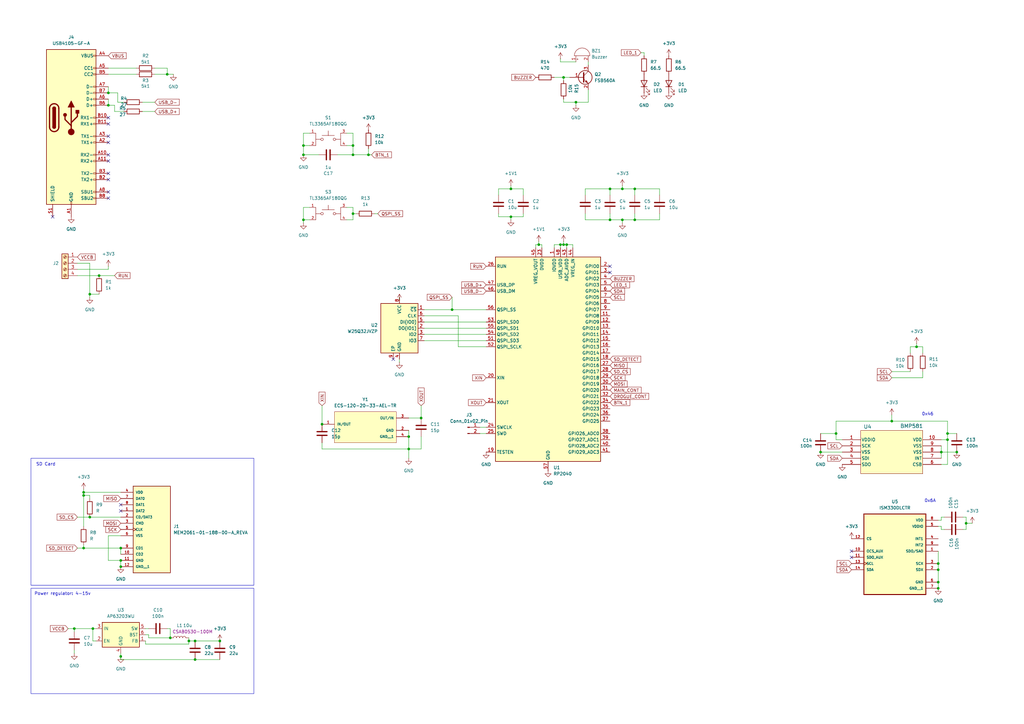
<source format=kicad_sch>
(kicad_sch (version 20231120) (generator "eeschema") (generator_version "8.0")
  (paper "A3")
  (junction (at 49.53 269.24))
  (junction (at 185.42 127))
  (junction (at 384.81 241.3))
  (junction (at 231.14 31.75))
  (junction (at 209.55 88.9))
  (junction (at 209.55 77.47))
  (junction (at 124.46 90.17))
  (junction (at 396.24 214.63))
  (junction (at 151.13 63.5))
  (junction (at 49.53 232.41))
  (junction (at 260.35 90.17))
  (junction (at 232.41 100.33))
  (junction (at 336.55 185.42))
  (junction (at 44.45 43.18))
  (junction (at 250.19 90.17))
  (junction (at 260.35 77.47))
  (junction (at 34.29 203.2))
  (junction (at 144.78 59.69))
  (junction (at 34.29 201.93))
  (junction (at 392.43 185.42))
  (junction (at 44.45 38.1))
  (junction (at 220.98 100.33))
  (junction (at 229.87 100.33))
  (junction (at 255.27 77.47))
  (junction (at 365.76 172.72))
  (junction (at 49.53 224.79))
  (junction (at 124.46 59.69))
  (junction (at 36.83 212.09))
  (junction (at 384.81 233.68))
  (junction (at 386.08 185.42))
  (junction (at 388.62 180.34))
  (junction (at 384.81 231.14))
  (junction (at 388.62 177.8))
  (junction (at 36.83 120.65))
  (junction (at 236.22 41.91))
  (junction (at 132.08 173.99))
  (junction (at 40.64 113.03))
  (junction (at 144.78 63.5))
  (junction (at 30.48 257.81))
  (junction (at 250.19 77.47))
  (junction (at 68.58 30.48))
  (junction (at 255.27 90.17))
  (junction (at 144.78 87.63))
  (junction (at 172.72 171.45))
  (junction (at 77.47 262.89))
  (junction (at 231.14 100.33))
  (junction (at 124.46 63.5))
  (junction (at 69.85 261.62))
  (junction (at 167.64 179.07))
  (junction (at 34.29 224.79))
  (junction (at 80.01 262.89))
  (junction (at 90.17 262.89))
  (junction (at 49.53 229.87))
  (junction (at 38.1 257.81))
  (junction (at 167.64 184.15))
  (junction (at 80.01 270.51))
  (junction (at 384.81 238.76))
  (junction (at 342.9 177.8))
  (junction (at 375.92 142.24))
  (no_connect (at 349.25 226.06))
  (no_connect (at 44.45 78.74))
  (no_connect (at 44.45 50.8))
  (no_connect (at 49.53 207.01))
  (no_connect (at 44.45 63.5))
  (no_connect (at 44.45 48.26))
  (no_connect (at 349.25 228.6))
  (no_connect (at 44.45 81.28))
  (no_connect (at 21.59 88.9))
  (no_connect (at 44.45 58.42))
  (no_connect (at 44.45 73.66))
  (no_connect (at 250.19 109.22))
  (no_connect (at 44.45 55.88))
  (no_connect (at 250.19 111.76))
  (no_connect (at 44.45 71.12))
  (no_connect (at 161.29 147.32))
  (no_connect (at 44.45 66.04))
  (no_connect (at 49.53 209.55))
  (wire (pts (xy 234.95 100.33) (xy 232.41 100.33)))
  (wire (pts (xy 60.96 261.62) (xy 60.96 260.35)))
  (wire (pts (xy 227.33 31.75) (xy 231.14 31.75)))
  (wire (pts (xy 240.03 77.47) (xy 250.19 77.47)))
  (wire (pts (xy 142.24 54.61) (xy 144.78 54.61)))
  (wire (pts (xy 167.64 184.15) (xy 167.64 179.07)))
  (wire (pts (xy 240.03 80.01) (xy 240.03 77.47)))
  (wire (pts (xy 386.08 185.42) (xy 392.43 185.42)))
  (wire (pts (xy 36.83 212.09) (xy 49.53 212.09)))
  (wire (pts (xy 144.78 59.69) (xy 142.24 59.69)))
  (wire (pts (xy 222.25 101.6) (xy 222.25 100.33)))
  (wire (pts (xy 270.51 77.47) (xy 270.51 80.01)))
  (wire (pts (xy 231.14 33.02) (xy 231.14 31.75)))
  (wire (pts (xy 173.99 139.7) (xy 199.39 139.7)))
  (wire (pts (xy 264.16 21.59) (xy 264.16 22.86)))
  (wire (pts (xy 232.41 101.6) (xy 232.41 100.33)))
  (wire (pts (xy 209.55 76.2) (xy 209.55 77.47)))
  (wire (pts (xy 386.08 185.42) (xy 386.08 187.96)))
  (wire (pts (xy 144.78 54.61) (xy 144.78 59.69)))
  (wire (pts (xy 172.72 166.37) (xy 172.72 171.45)))
  (wire (pts (xy 127 54.61) (xy 124.46 54.61)))
  (wire (pts (xy 199.39 142.24) (xy 187.96 142.24)))
  (wire (pts (xy 365.76 172.72) (xy 388.62 172.72)))
  (wire (pts (xy 229.87 25.4) (xy 236.22 25.4)))
  (wire (pts (xy 44.45 43.18) (xy 46.99 43.18)))
  (wire (pts (xy 255.27 77.47) (xy 260.35 77.47)))
  (wire (pts (xy 173.99 134.62) (xy 199.39 134.62)))
  (wire (pts (xy 132.08 184.15) (xy 167.64 184.15)))
  (wire (pts (xy 386.08 213.36) (xy 384.81 213.36)))
  (wire (pts (xy 387.35 217.17) (xy 386.08 217.17)))
  (wire (pts (xy 365.76 154.94) (xy 378.46 154.94)))
  (wire (pts (xy 384.81 226.06) (xy 384.81 231.14)))
  (wire (pts (xy 386.08 190.5) (xy 388.62 190.5)))
  (wire (pts (xy 386.08 217.17) (xy 386.08 215.9)))
  (wire (pts (xy 262.89 21.59) (xy 264.16 21.59)))
  (wire (pts (xy 365.76 170.18) (xy 365.76 172.72)))
  (wire (pts (xy 144.78 85.09) (xy 144.78 87.63)))
  (wire (pts (xy 250.19 87.63) (xy 250.19 90.17)))
  (wire (pts (xy 386.08 182.88) (xy 386.08 185.42)))
  (wire (pts (xy 151.13 60.96) (xy 151.13 63.5)))
  (wire (pts (xy 36.83 204.47) (xy 36.83 203.2)))
  (wire (pts (xy 373.38 142.24) (xy 375.92 142.24)))
  (wire (pts (xy 378.46 152.4) (xy 378.46 154.94)))
  (wire (pts (xy 386.08 212.09) (xy 386.08 213.36)))
  (wire (pts (xy 49.53 229.87) (xy 49.53 232.41)))
  (wire (pts (xy 60.96 261.62) (xy 69.85 261.62)))
  (wire (pts (xy 63.5 27.94) (xy 68.58 27.94)))
  (wire (pts (xy 77.47 262.89) (xy 77.47 264.16)))
  (wire (pts (xy 167.64 176.53) (xy 167.64 179.07)))
  (wire (pts (xy 204.47 80.01) (xy 204.47 77.47)))
  (wire (pts (xy 204.47 88.9) (xy 204.47 87.63)))
  (wire (pts (xy 255.27 76.2) (xy 255.27 77.47)))
  (wire (pts (xy 167.64 187.96) (xy 167.64 184.15)))
  (wire (pts (xy 388.62 177.8) (xy 388.62 172.72)))
  (wire (pts (xy 250.19 90.17) (xy 255.27 90.17)))
  (wire (pts (xy 44.45 229.87) (xy 49.53 229.87)))
  (wire (pts (xy 394.97 212.09) (xy 396.24 212.09)))
  (wire (pts (xy 49.53 269.24) (xy 49.53 267.97)))
  (wire (pts (xy 44.45 110.49) (xy 44.45 109.22)))
  (wire (pts (xy 219.71 101.6) (xy 219.71 100.33)))
  (wire (pts (xy 144.78 63.5) (xy 138.43 63.5)))
  (wire (pts (xy 124.46 85.09) (xy 124.46 90.17)))
  (wire (pts (xy 227.33 101.6) (xy 227.33 100.33)))
  (wire (pts (xy 130.81 63.5) (xy 124.46 63.5)))
  (wire (pts (xy 63.5 41.91) (xy 58.42 41.91)))
  (wire (pts (xy 342.9 172.72) (xy 365.76 172.72)))
  (wire (pts (xy 255.27 90.17) (xy 260.35 90.17)))
  (wire (pts (xy 336.55 177.8) (xy 342.9 177.8)))
  (wire (pts (xy 227.33 100.33) (xy 229.87 100.33)))
  (wire (pts (xy 144.78 59.69) (xy 144.78 63.5)))
  (wire (pts (xy 144.78 90.17) (xy 142.24 90.17)))
  (wire (pts (xy 46.99 45.72) (xy 50.8 45.72)))
  (wire (pts (xy 388.62 190.5) (xy 388.62 180.34)))
  (wire (pts (xy 142.24 85.09) (xy 144.78 85.09)))
  (wire (pts (xy 80.01 262.89) (xy 90.17 262.89)))
  (wire (pts (xy 250.19 77.47) (xy 250.19 80.01)))
  (wire (pts (xy 34.29 200.66) (xy 34.29 201.93)))
  (wire (pts (xy 132.08 181.61) (xy 132.08 184.15)))
  (wire (pts (xy 48.26 41.91) (xy 50.8 41.91)))
  (wire (pts (xy 229.87 25.4) (xy 229.87 24.13)))
  (wire (pts (xy 214.63 88.9) (xy 209.55 88.9)))
  (wire (pts (xy 60.96 257.81) (xy 59.69 257.81)))
  (wire (pts (xy 204.47 77.47) (xy 209.55 77.47)))
  (wire (pts (xy 80.01 270.51) (xy 90.17 270.51)))
  (wire (pts (xy 375.92 142.24) (xy 378.46 142.24)))
  (wire (pts (xy 49.53 219.71) (xy 44.45 219.71)))
  (wire (pts (xy 240.03 90.17) (xy 250.19 90.17)))
  (wire (pts (xy 69.85 257.81) (xy 69.85 261.62)))
  (wire (pts (xy 27.94 257.81) (xy 30.48 257.81)))
  (wire (pts (xy 199.39 132.08) (xy 173.99 132.08)))
  (wire (pts (xy 154.94 87.63) (xy 153.67 87.63)))
  (wire (pts (xy 232.41 100.33) (xy 231.14 100.33)))
  (wire (pts (xy 196.85 177.8) (xy 199.39 177.8)))
  (wire (pts (xy 214.63 77.47) (xy 209.55 77.47)))
  (wire (pts (xy 199.39 137.16) (xy 173.99 137.16)))
  (wire (pts (xy 77.47 264.16) (xy 59.69 264.16)))
  (wire (pts (xy 260.35 77.47) (xy 260.35 80.01)))
  (wire (pts (xy 124.46 63.5) (xy 124.46 59.69)))
  (wire (pts (xy 124.46 54.61) (xy 124.46 59.69)))
  (wire (pts (xy 396.24 214.63) (xy 396.24 217.17)))
  (wire (pts (xy 222.25 100.33) (xy 220.98 100.33)))
  (wire (pts (xy 144.78 87.63) (xy 146.05 87.63)))
  (wire (pts (xy 396.24 214.63) (xy 398.78 214.63)))
  (wire (pts (xy 196.85 175.26) (xy 199.39 175.26)))
  (wire (pts (xy 388.62 180.34) (xy 388.62 177.8)))
  (wire (pts (xy 241.3 25.4) (xy 241.3 26.67)))
  (wire (pts (xy 388.62 180.34) (xy 386.08 180.34)))
  (wire (pts (xy 250.19 77.47) (xy 255.27 77.47)))
  (wire (pts (xy 163.83 121.92) (xy 163.83 123.19)))
  (wire (pts (xy 214.63 80.01) (xy 214.63 77.47)))
  (wire (pts (xy 31.75 212.09) (xy 36.83 212.09)))
  (wire (pts (xy 234.95 101.6) (xy 234.95 100.33)))
  (wire (pts (xy 34.29 201.93) (xy 49.53 201.93)))
  (wire (pts (xy 34.29 223.52) (xy 34.29 224.79)))
  (wire (pts (xy 31.75 110.49) (xy 44.45 110.49)))
  (wire (pts (xy 236.22 43.18) (xy 236.22 41.91)))
  (wire (pts (xy 220.98 99.06) (xy 220.98 100.33)))
  (wire (pts (xy 77.47 262.89) (xy 80.01 262.89)))
  (wire (pts (xy 34.29 201.93) (xy 34.29 203.2)))
  (wire (pts (xy 241.3 41.91) (xy 241.3 36.83)))
  (wire (pts (xy 384.81 238.76) (xy 384.81 241.3)))
  (wire (pts (xy 49.53 227.33) (xy 49.53 224.79)))
  (wire (pts (xy 36.83 120.65) (xy 40.64 120.65)))
  (wire (pts (xy 59.69 264.16) (xy 59.69 262.89)))
  (wire (pts (xy 71.12 30.48) (xy 68.58 30.48)))
  (wire (pts (xy 77.47 261.62) (xy 77.47 262.89)))
  (wire (pts (xy 55.88 27.94) (xy 44.45 27.94)))
  (wire (pts (xy 231.14 41.91) (xy 231.14 40.64)))
  (wire (pts (xy 387.35 212.09) (xy 386.08 212.09)))
  (wire (pts (xy 36.83 107.95) (xy 36.83 120.65)))
  (wire (pts (xy 373.38 152.4) (xy 365.76 152.4)))
  (wire (pts (xy 185.42 121.92) (xy 185.42 127)))
  (wire (pts (xy 34.29 224.79) (xy 49.53 224.79)))
  (wire (pts (xy 49.53 270.51) (xy 49.53 269.24)))
  (wire (pts (xy 144.78 63.5) (xy 151.13 63.5)))
  (wire (pts (xy 55.88 30.48) (xy 44.45 30.48)))
  (wire (pts (xy 34.29 215.9) (xy 34.29 203.2)))
  (wire (pts (xy 173.99 127) (xy 185.42 127)))
  (wire (pts (xy 69.85 257.81) (xy 68.58 257.81)))
  (wire (pts (xy 336.55 185.42) (xy 345.44 185.42)))
  (wire (pts (xy 209.55 90.17) (xy 209.55 88.9)))
  (wire (pts (xy 40.64 113.03) (xy 46.99 113.03)))
  (wire (pts (xy 231.14 99.06) (xy 231.14 100.33)))
  (wire (pts (xy 44.45 38.1) (xy 48.26 38.1)))
  (wire (pts (xy 44.45 219.71) (xy 44.45 229.87)))
  (wire (pts (xy 39.37 262.89) (xy 38.1 262.89)))
  (wire (pts (xy 342.9 172.72) (xy 342.9 177.8)))
  (wire (pts (xy 36.83 120.65) (xy 36.83 121.92)))
  (wire (pts (xy 38.1 262.89) (xy 38.1 257.81)))
  (wire (pts (xy 185.42 127) (xy 199.39 127)))
  (wire (pts (xy 229.87 100.33) (xy 231.14 100.33)))
  (wire (pts (xy 342.9 177.8) (xy 342.9 180.34)))
  (wire (pts (xy 229.87 101.6) (xy 229.87 100.33)))
  (wire (pts (xy 30.48 267.97) (xy 30.48 266.7)))
  (wire (pts (xy 386.08 215.9) (xy 384.81 215.9)))
  (wire (pts (xy 124.46 91.44) (xy 124.46 90.17)))
  (wire (pts (xy 46.99 45.72) (xy 46.99 43.18)))
  (wire (pts (xy 260.35 77.47) (xy 270.51 77.47)))
  (wire (pts (xy 167.64 171.45) (xy 172.72 171.45)))
  (wire (pts (xy 49.53 270.51) (xy 80.01 270.51)))
  (wire (pts (xy 378.46 144.78) (xy 378.46 142.24)))
  (wire (pts (xy 342.9 180.34) (xy 345.44 180.34)))
  (wire (pts (xy 231.14 41.91) (xy 236.22 41.91)))
  (wire (pts (xy 270.51 90.17) (xy 270.51 87.63)))
  (wire (pts (xy 48.26 38.1) (xy 48.26 41.91)))
  (wire (pts (xy 384.81 233.68) (xy 384.81 238.76)))
  (wire (pts (xy 60.96 260.35) (xy 59.69 260.35)))
  (wire (pts (xy 219.71 100.33) (xy 220.98 100.33)))
  (wire (pts (xy 68.58 27.94) (xy 68.58 30.48)))
  (wire (pts (xy 214.63 87.63) (xy 214.63 88.9)))
  (wire (pts (xy 132.08 166.37) (xy 132.08 173.99)))
  (wire (pts (xy 124.46 90.17) (xy 127 90.17)))
  (wire (pts (xy 36.83 203.2) (xy 34.29 203.2)))
  (wire (pts (xy 384.81 231.14) (xy 384.81 233.68)))
  (wire (pts (xy 236.22 41.91) (xy 241.3 41.91)))
  (wire (pts (xy 240.03 87.63) (xy 240.03 90.17)))
  (wire (pts (xy 388.62 177.8) (xy 392.43 177.8)))
  (wire (pts (xy 38.1 257.81) (xy 39.37 257.81)))
  (wire (pts (xy 172.72 184.15) (xy 167.64 184.15)))
  (wire (pts (xy 144.78 87.63) (xy 144.78 90.17)))
  (wire (pts (xy 31.75 107.95) (xy 36.83 107.95)))
  (wire (pts (xy 209.55 88.9) (xy 204.47 88.9)))
  (wire (pts (xy 187.96 142.24) (xy 187.96 129.54)))
  (wire (pts (xy 151.13 63.5) (xy 152.4 63.5)))
  (wire (pts (xy 260.35 90.17) (xy 270.51 90.17)))
  (wire (pts (xy 124.46 59.69) (xy 127 59.69)))
  (wire (pts (xy 30.48 257.81) (xy 38.1 257.81)))
  (wire (pts (xy 31.75 224.79) (xy 34.29 224.79)))
  (wire (pts (xy 30.48 259.08) (xy 30.48 257.81)))
  (wire (pts (xy 260.35 87.63) (xy 260.35 90.17)))
  (wire (pts (xy 172.72 179.07) (xy 172.72 184.15)))
  (wire (pts (xy 127 85.09) (xy 124.46 85.09)))
  (wire (pts (xy 231.14 31.75) (xy 233.68 31.75)))
  (wire (pts (xy 44.45 40.64) (xy 44.45 43.18)))
  (wire (pts (xy 375.92 142.24) (xy 375.92 140.97)))
  (wire (pts (xy 373.38 144.78) (xy 373.38 142.24)))
  (wire (pts (xy 396.24 217.17) (xy 394.97 217.17)))
  (wire (pts (xy 255.27 91.44) (xy 255.27 90.17)))
  (wire (pts (xy 187.96 129.54) (xy 173.99 129.54)))
  (wire (pts (xy 63.5 45.72) (xy 58.42 45.72)))
  (wire (pts (xy 44.45 35.56) (xy 44.45 38.1)))
  (wire (pts (xy 396.24 212.09) (xy 396.24 214.63)))
  (wire (pts (xy 63.5 30.48) (xy 68.58 30.48)))
  (wire (pts (xy 163.83 147.32) (xy 163.83 148.59)))
  (wire (pts (xy 31.75 113.03) (xy 40.64 113.03)))
  (rectangle (start 12.7 187.96) (end 104.14 240.03))
  (rectangle (start 12.7 241.3) (end 104.14 284.48))
  (text "SD Card" (at 18.796 190.5 0) (effects (font (size 1.27 1.27))))
  (text "0x46\n" (at 380.492 169.926 0) (effects (font (size 1.27 1.27))))
  (text "Power regulator: 4-15v\n" (at 25.654 243.586 0) (effects (font (size 1.27 1.27))))
  (text "0x6A\n" (at 381.508 205.486 0) (effects (font (size 1.27 1.27))))
  (global_label "SCL" (shape input) (at 345.44 182.88 180) (property "Intersheetrefs" "${INTERSHEET_REFS}" (effects (hide yes))))
  (global_label "USB_D+" (shape input) (at 199.39 116.84 180) (property "Intersheetrefs" "${INTERSHEET_REFS}" (effects (hide yes))))
  (global_label "SD_DETECT" (shape input) (at 31.75 224.79 180) (property "Intersheetrefs" "${INTERSHEET_REFS}" (effects (hide yes))))
  (global_label "QSPI_SS" (shape input) (at 185.42 121.92 180) (property "Intersheetrefs" "${INTERSHEET_REFS}" (effects (hide yes))))
  (global_label "SDA" (shape input) (at 345.44 187.96 180) (property "Intersheetrefs" "${INTERSHEET_REFS}" (effects (hide yes))))
  (global_label "BUZZER" (shape input) (at 250.19 114.3 0) (property "Intersheetrefs" "${INTERSHEET_REFS}" (effects (hide yes))))
  (global_label "SCL" (shape input) (at 250.19 121.92 0) (property "Intersheetrefs" "${INTERSHEET_REFS}" (effects (hide yes))))
  (global_label "MISO" (shape input) (at 49.53 204.47 180) (property "Intersheetrefs" "${INTERSHEET_REFS}" (effects (hide yes))))
  (global_label "SDA" (shape input) (at 250.19 119.38 0) (property "Intersheetrefs" "${INTERSHEET_REFS}" (effects (hide yes))))
  (global_label "BTN_1" (shape input) (at 152.4 63.5 0) (property "Intersheetrefs" "${INTERSHEET_REFS}" (effects (hide yes))))
  (global_label "BUZZER" (shape input) (at 219.71 31.75 180) (property "Intersheetrefs" "${INTERSHEET_REFS}" (effects (hide yes))))
  (global_label "VCCB" (shape input) (at 31.75 105.41 0) (property "Intersheetrefs" "${INTERSHEET_REFS}" (effects (hide yes))))
  (global_label "DROGUE_CONT" (shape input) (at 250.19 162.56 0) (property "Intersheetrefs" "${INTERSHEET_REFS}" (effects (hide yes))))
  (global_label "VCCB" (shape input) (at 27.94 257.81 180) (property "Intersheetrefs" "${INTERSHEET_REFS}" (effects (hide yes))))
  (global_label "RUN" (shape input) (at 199.39 109.22 180) (property "Intersheetrefs" "${INTERSHEET_REFS}" (effects (hide yes))))
  (global_label "SD_DETECT" (shape input) (at 250.19 147.32 0) (property "Intersheetrefs" "${INTERSHEET_REFS}" (effects (hide yes))))
  (global_label "XOUT" (shape input) (at 172.72 166.37 90) (property "Intersheetrefs" "${INTERSHEET_REFS}" (effects (hide yes))))
  (global_label "USB_D+" (shape input) (at 63.5 45.72 0) (property "Intersheetrefs" "${INTERSHEET_REFS}" (effects (hide yes))))
  (global_label "SDA" (shape input) (at 365.76 154.94 180) (property "Intersheetrefs" "${INTERSHEET_REFS}" (effects (hide yes))))
  (global_label "SCL" (shape input) (at 365.76 152.4 180) (property "Intersheetrefs" "${INTERSHEET_REFS}" (effects (hide yes))))
  (global_label "SD_CS" (shape input) (at 31.75 212.09 180) (property "Intersheetrefs" "${INTERSHEET_REFS}" (effects (hide yes))))
  (global_label "MOSI" (shape input) (at 250.19 157.48 0) (property "Intersheetrefs" "${INTERSHEET_REFS}" (effects (hide yes))))
  (global_label "RUN" (shape input) (at 46.99 113.03 0) (property "Intersheetrefs" "${INTERSHEET_REFS}" (effects (hide yes))))
  (global_label "SCK" (shape input) (at 250.19 154.94 0) (property "Intersheetrefs" "${INTERSHEET_REFS}" (effects (hide yes))))
  (global_label "USB_D-" (shape input) (at 63.5 41.91 0) (property "Intersheetrefs" "${INTERSHEET_REFS}" (effects (hide yes))))
  (global_label "XIN" (shape input) (at 199.39 154.94 180) (property "Intersheetrefs" "${INTERSHEET_REFS}" (effects (hide yes))))
  (global_label "SCL" (shape input) (at 349.25 231.14 180) (property "Intersheetrefs" "${INTERSHEET_REFS}" (effects (hide yes))))
  (global_label "BTN_1" (shape input) (at 250.19 165.1 0) (property "Intersheetrefs" "${INTERSHEET_REFS}" (effects (hide yes))))
  (global_label "MISO" (shape input) (at 250.19 149.86 0) (property "Intersheetrefs" "${INTERSHEET_REFS}" (effects (hide yes))))
  (global_label "SCK" (shape input) (at 49.53 217.17 180) (property "Intersheetrefs" "${INTERSHEET_REFS}" (effects (hide yes))))
  (global_label "USB_D-" (shape input) (at 199.39 119.38 180) (property "Intersheetrefs" "${INTERSHEET_REFS}" (effects (hide yes))))
  (global_label "MAIN_CONT" (shape input) (at 250.19 160.02 0) (property "Intersheetrefs" "${INTERSHEET_REFS}" (effects (hide yes))))
  (global_label "QSPI_SS" (shape input) (at 154.94 87.63 0) (property "Intersheetrefs" "${INTERSHEET_REFS}" (effects (hide yes))))
  (global_label "LED_1" (shape input) (at 262.89 21.59 180) (property "Intersheetrefs" "${INTERSHEET_REFS}" (effects (hide yes))))
  (global_label "VBUS" (shape input) (at 44.45 22.86 0) (property "Intersheetrefs" "${INTERSHEET_REFS}" (effects (hide yes))))
  (global_label "XOUT" (shape input) (at 199.39 165.1 180) (property "Intersheetrefs" "${INTERSHEET_REFS}" (effects (hide yes))))
  (global_label "MOSI" (shape input) (at 49.53 214.63 180) (property "Intersheetrefs" "${INTERSHEET_REFS}" (effects (hide yes))))
  (global_label "SDA" (shape input) (at 349.25 233.68 180) (property "Intersheetrefs" "${INTERSHEET_REFS}" (effects (hide yes))))
  (global_label "XIN" (shape input) (at 132.08 166.37 90) (property "Intersheetrefs" "${INTERSHEET_REFS}" (effects (hide yes))))
  (global_label "LED_1" (shape input) (at 250.19 116.84 0) (property "Intersheetrefs" "${INTERSHEET_REFS}" (effects (hide yes))))
  (global_label "SD_CS" (shape input) (at 250.19 152.4 0) (property "Intersheetrefs" "${INTERSHEET_REFS}" (effects (hide yes))))
  (symbol (lib_id "power:GND") (at 345.44 190.5 0) (unit 1)
    (property "Reference" "#PWR024" (effects (hide yes)))
    (property "Value" "GND" (at 345.44 195.58 0))
    (property "Description" "Power symbol creates a global label with name \"GND\" , ground" (effects (hide yes)))
  )
  (symbol (lib_id "MEM2061-01-188-00-A_REVA:MEM2061-01-188-00-A_REVA") (at 54.61 214.63 0) (unit 1)
    (property "Reference" "J1" (at 71.12 215.8999 0) (effects (justify left)))
    (property "Value" "MEM2061-01-188-00-A_REVA" (at 71.12 218.4399 0) (effects (justify left)))
    (property "Footprint" "MEM2061:GCT_MEM2061-01-188-00-A_REVA" (effects (hide yes)))
    (property "MANUFACTURER" "GCT" (effects (hide yes)))
  )
  (symbol (lib_id "Device:R") (at 59.69 27.94 90) (unit 1)
    (property "Reference" "R2" (at 59.69 22.86 90))
    (property "Value" "5k1" (at 59.69 25.4 90))
    (property "Footprint" "Resistor_SMD:R_0603_1608Metric" (effects (hide yes)))
    (property "Description" "Resistor" (effects (hide yes)))
  )
  (symbol (lib_id "power:GND") (at 264.16 38.1 0) (unit 1)
    (property "Reference" "#PWR018" (effects (hide yes)))
    (property "Value" "GND" (at 264.16 43.18 0))
    (property "Description" "Power symbol creates a global label with name \"GND\" , ground" (effects (hide yes)))
  )
  (symbol (lib_id "power:+3V3") (at 274.32 22.86 0) (unit 1)
    (property "Reference" "#PWR019" (effects (hide yes)))
    (property "Value" "+3V3" (at 274.32 17.78 0))
    (property "Description" "Power symbol creates a global label with name \"+3V3\"" (effects (hide yes)))
  )
  (symbol (lib_id "Device:R") (at 59.69 30.48 90) (unit 1)
    (property "Reference" "R3" (at 59.69 33.02 90))
    (property "Value" "5k1" (at 59.69 35.306 90))
    (property "Footprint" "Resistor_SMD:R_0603_1608Metric" (effects (hide yes)))
    (property "Description" "Resistor" (effects (hide yes)))
  )
  (symbol (lib_id "power:GND") (at 392.43 185.42 0) (unit 1)
    (property "Reference" "#PWR023" (effects (hide yes)))
    (property "Value" "GND" (at 392.43 190.5 0))
    (property "Description" "Power symbol creates a global label with name \"GND\" , ground" (effects (hide yes)))
  )
  (symbol (lib_id "Device:C") (at 204.47 83.82 0) (unit 1)
    (property "Reference" "C1" (at 208.28 82.5499 0) (effects (justify left)))
    (property "Value" "10u" (at 208.28 85.0899 0) (effects (justify left)))
    (property "Footprint" "Capacitor_SMD:C_0603_1608Metric" (effects (hide yes)))
    (property "Description" "Unpolarized capacitor" (effects (hide yes)))
  )
  (symbol (lib_id "Device:R") (at 149.86 87.63 270) (unit 1)
    (property "Reference" "R13" (at 149.86 81.28 90))
    (property "Value" "1k" (at 149.86 83.82 90))
    (property "Footprint" "Resistor_SMD:R_0603_1608Metric" (effects (hide yes)))
    (property "Description" "Resistor" (effects (hide yes)))
  )
  (symbol (lib_id "Regulator_Switching:AP63203WU") (at 49.53 260.35 0) (unit 1)
    (property "Reference" "U3" (at 49.53 250.19 0))
    (property "Value" "AP63203WU" (at 49.53 252.73 0))
    (property "Footprint" "Package_TO_SOT_SMD:TSOT-23-6" (effects (hide yes)))
    (property "Datasheet" "https://www.diodes.com/assets/Datasheets/AP63200-AP63201-AP63203-AP63205.pdf" (effects (hide yes)))
    (property "Description" "2A, 1.1MHz Buck DC/DC Converter, fixed 3.3V output voltage, TSOT-23-6" (effects (hide yes)))
  )
  (symbol (lib_id "Device:C") (at 172.72 175.26 0) (unit 1)
    (property "Reference" "C11" (at 176.53 173.9899 0) (effects (justify left)))
    (property "Value" "15p" (at 176.53 176.5299 0) (effects (justify left)))
    (property "Footprint" "Capacitor_SMD:C_0603_1608Metric" (effects (hide yes)))
    (property "Description" "Unpolarized capacitor" (effects (hide yes)))
  )
  (symbol (lib_id "power:GND") (at 163.83 148.59 0) (unit 1)
    (property "Reference" "#PWR09" (effects (hide yes)))
    (property "Value" "GND" (at 163.83 153.67 0))
    (property "Description" "Power symbol creates a global label with name \"GND\" , ground" (effects (hide yes)))
  )
  (symbol (lib_id "ISM330DLCTR:ISM330DLCTR") (at 367.03 226.06 0) (unit 1)
    (property "Reference" "U5" (at 367.03 205.74 0))
    (property "Value" "ISM330DLCTR" (at 367.03 208.28 0))
    (property "Footprint" "ISM330DLC:PQFN50P250X300X86-14N" (effects (hide yes)))
    (property "PARTREV" "2" (effects (hide yes)))
    (property "MANUFACTURER" "STMicroelectronics" (effects (hide yes)))
    (property "STANDARD" "IPC-7351B" (effects (hide yes)))
  )
  (symbol (lib_id "Device:R") (at 378.46 148.59 0) (unit 1)
    (property "Reference" "R11" (at 381 147.3199 0) (effects (justify left)))
    (property "Value" "10k" (at 381 149.8599 0) (effects (justify left)))
    (property "Footprint" "Resistor_SMD:R_0603_1608Metric" (effects (hide yes)))
    (property "Description" "Resistor" (effects (hide yes)))
  )
  (symbol (lib_id "Device:C") (at 214.63 83.82 0) (unit 1)
    (property "Reference" "C2" (at 218.44 82.5499 0) (effects (justify left)))
    (property "Value" "1u" (at 218.44 85.0899 0) (effects (justify left)))
    (property "Footprint" "Capacitor_SMD:C_0603_1608Metric" (effects (hide yes)))
    (property "Description" "Unpolarized capacitor" (effects (hide yes)))
  )
  (symbol (lib_id "ECS-120-20-33-AEL-TR:ECS-120-20-33-AEL-TR") (at 149.86 176.53 0) (unit 1)
    (property "Reference" "Y1" (at 149.86 163.83 0))
    (property "Value" "ECS-120-20-33-AEL-TR" (at 149.86 166.37 0))
    (property "Footprint" "ECS_120:XTAL_ECS-120-20-33-AEL-TR" (effects (hide yes)))
  )
  (symbol (lib_id "Device:C") (at 132.08 177.8 0) (unit 1)
    (property "Reference" "C12" (at 135.89 176.5299 0) (effects (justify left)))
    (property "Value" "15p" (at 135.89 179.0699 0) (effects (justify left)))
    (property "Footprint" "Capacitor_SMD:C_0603_1608Metric" (effects (hide yes)))
    (property "Description" "Unpolarized capacitor" (effects (hide yes)))
  )
  (symbol (lib_id "Device:R") (at 54.61 41.91 90) (unit 1)
    (property "Reference" "R4" (at 50.8 40.386 90))
    (property "Value" "27" (at 50.8 42.926 90))
    (property "Footprint" "Resistor_SMD:R_0603_1608Metric" (effects (hide yes)))
    (property "Description" "Resistor" (effects (hide yes)))
  )
  (symbol (lib_id "Device:R") (at 151.13 57.15 0) (unit 1)
    (property "Reference" "R12" (at 153.67 55.8799 0) (effects (justify left)))
    (property "Value" "10k" (at 153.67 58.4199 0) (effects (justify left)))
    (property "Footprint" "Resistor_SMD:R_0603_1608Metric" (effects (hide yes)))
    (property "Description" "Resistor" (effects (hide yes)))
  )
  (symbol (lib_id "power:GND") (at 199.39 185.42 0) (unit 1)
    (property "Reference" "#PWR010" (effects (hide yes)))
    (property "Value" "GND" (at 199.39 190.5 0))
    (property "Description" "Power symbol creates a global label with name \"GND\" , ground" (effects (hide yes)))
  )
  (symbol (lib_id "power:+3V3") (at 151.13 53.34 0) (unit 1)
    (property "Reference" "#PWR033" (effects (hide yes)))
    (property "Value" "+3V3" (at 151.13 48.26 0))
    (property "Description" "Power symbol creates a global label with name \"+3V3\"" (effects (hide yes)))
  )
  (symbol (lib_id "power:+1V1") (at 209.55 76.2 0) (unit 1)
    (property "Reference" "#PWR04" (effects (hide yes)))
    (property "Value" "+1V1" (at 209.55 71.12 0))
    (property "Description" "Power symbol creates a global label with name \"+1V1\"" (effects (hide yes)))
  )
  (symbol (lib_id "power:GND") (at 255.27 91.44 0) (unit 1)
    (property "Reference" "#PWR06" (effects (hide yes)))
    (property "Value" "GND" (at 255.27 96.52 0))
    (property "Description" "Power symbol creates a global label with name \"GND\" , ground" (effects (hide yes)))
  )
  (symbol (lib_id "power:GND") (at 336.55 185.42 0) (unit 1)
    (property "Reference" "#PWR022" (effects (hide yes)))
    (property "Value" "GND" (at 336.55 190.5 0))
    (property "Description" "Power symbol creates a global label with name \"GND\" , ground" (effects (hide yes)))
  )
  (symbol (lib_id "power:GND") (at 224.79 193.04 0) (unit 1)
    (property "Reference" "#PWR011" (effects (hide yes)))
    (property "Value" "GND" (at 224.79 198.12 0))
    (property "Description" "Power symbol creates a global label with name \"GND\" , ground" (effects (hide yes)))
  )
  (symbol (lib_id "Device:C") (at 134.62 63.5 270) (mirror x) (unit 1)
    (property "Reference" "C17" (at 134.62 71.12 90))
    (property "Value" "1u" (at 134.62 68.58 90))
    (property "Footprint" "Capacitor_SMD:C_0603_1608Metric" (effects (hide yes)))
    (property "Description" "Unpolarized capacitor" (effects (hide yes)))
  )
  (symbol (lib_id "Device:L") (at 73.66 261.62 90) (unit 1)
    (property "Reference" "L1" (at 73.66 256.54 90))
    (property "Value" "10u" (at 76.962 256.54 90))
    (property "Footprint" "Inductor_SMD:L_6.3x6.3_H3" (effects (hide yes)))
    (property "Description" "CSAB0530-100M" (at 78.994 259.08 90))
  )
  (symbol (lib_id "power:GND") (at 36.83 121.92 0) (unit 1)
    (property "Reference" "#PWR07" (effects (hide yes)))
    (property "Value" "GND" (at 36.83 127 0))
    (property "Description" "Power symbol creates a global label with name \"GND\" , ground" (effects (hide yes)))
  )
  (symbol (lib_id "Device:C") (at 250.19 83.82 0) (unit 1)
    (property "Reference" "C4" (at 254 82.5499 0) (effects (justify left)))
    (property "Value" "1u" (at 254 85.0899 0) (effects (justify left)))
    (property "Footprint" "Capacitor_SMD:C_0603_1608Metric" (effects (hide yes)))
    (property "Description" "Unpolarized capacitor" (effects (hide yes)))
  )
  (symbol (lib_id "Device:C") (at 391.16 212.09 270) (unit 1)
    (property "Reference" "C15" (at 392.176 204.724 0) (effects (justify left)))
    (property "Value" "100n" (at 389.89 203.708 0) (effects (justify left)))
    (property "Footprint" "Capacitor_SMD:C_0603_1608Metric" (effects (hide yes)))
    (property "Description" "Unpolarized capacitor" (effects (hide yes)))
  )
  (symbol (lib_id "MCU_RaspberryPi:RP2040") (at 224.79 147.32 0) (unit 1)
    (property "Reference" "U1" (at 226.9841 191.77 0) (effects (justify left)))
    (property "Value" "RP2040" (at 226.9841 194.31 0) (effects (justify left)))
    (property "Footprint" "Package_DFN_QFN:QFN-56-1EP_7x7mm_P0.4mm_EP3.2x3.2mm" (effects (hide yes)))
    (property "Datasheet" "https://datasheets.raspberrypi.com/rp2040/rp2040-datasheet.pdf" (effects (hide yes)))
    (property "Description" "A microcontroller by Raspberry Pi" (effects (hide yes)))
  )
  (symbol (lib_id "power:GND") (at 236.22 43.18 0) (unit 1)
    (property "Reference" "#PWR035" (effects (hide yes)))
    (property "Value" "GND" (at 236.22 48.26 0))
    (property "Description" "Power symbol creates a global label with name \"GND\" , ground" (effects (hide yes)))
  )
  (symbol (lib_id "power:GND") (at 209.55 90.17 0) (unit 1)
    (property "Reference" "#PWR03" (effects (hide yes)))
    (property "Value" "GND" (at 209.55 95.25 0))
    (property "Description" "Power symbol creates a global label with name \"GND\" , ground" (effects (hide yes)))
  )
  (symbol (lib_id "power:GND") (at 71.12 30.48 0) (unit 1)
    (property "Reference" "#PWR012" (effects (hide yes)))
    (property "Value" "GND" (at 71.12 35.56 0))
    (property "Description" "Power symbol creates a global label with name \"GND\" , ground" (effects (hide yes)))
  )
  (symbol (lib_id "Device:C") (at 336.55 181.61 0) (unit 1)
    (property "Reference" "C14" (at 329.184 180.594 0) (effects (justify left)))
    (property "Value" "100n" (at 328.168 182.88 0) (effects (justify left)))
    (property "Footprint" "Capacitor_SMD:C_0603_1608Metric" (effects (hide yes)))
    (property "Description" "Unpolarized capacitor" (effects (hide yes)))
  )
  (symbol (lib_id "TL3365AF180QG:TL3365AF180QG") (at 134.62 87.63 0) (unit 1)
    (property "Reference" "S3" (at 134.62 78.74 0))
    (property "Value" "TL3365AF180QG" (at 134.62 81.28 0))
    (property "Footprint" "TL3365AF180QG:SW_TL3365AF180QG" (effects (hide yes)))
    (property "PARTREV" "A" (effects (hide yes)))
    (property "SNAPEDA_PN" "TL3365AF180QG" (effects (hide yes)))
    (property "STANDARD" "Manufacturer Recommendations" (effects (hide yes)))
    (property "MAXIMUM_PACKAGE_HEIGHT" "2.5 mm" (effects (hide yes)))
    (property "MANUFACTURER" "E-Switch" (effects (hide yes)))
  )
  (symbol (lib_id "Device:R") (at 231.14 36.83 0) (mirror x) (unit 1)
    (property "Reference" "R15" (at 236.474 36.322 90))
    (property "Value" "10k" (at 233.934 36.322 90))
    (property "Footprint" "Resistor_SMD:R_0603_1608Metric" (effects (hide yes)))
    (property "Description" "Resistor" (effects (hide yes)))
  )
  (symbol (lib_id "Device:Q_NPN_BEC") (at 238.76 31.75 0) (unit 1)
    (property "Reference" "Q2" (at 243.84 30.4799 0) (effects (justify left)))
    (property "Value" "FSB560A" (at 243.84 33.0199 0) (effects (justify left)))
    (property "Footprint" "FSB560A:SSOT3_3X1P5_ONS" (effects (hide yes)))
    (property "Description" "NPN transistor, base/emitter/collector" (effects (hide yes)))
  )
  (symbol (lib_id "power:+1V1") (at 220.98 99.06 0) (unit 1)
    (property "Reference" "#PWR01" (effects (hide yes)))
    (property "Value" "+1V1" (at 220.98 93.98 0))
    (property "Description" "Power symbol creates a global label with name \"+1V1\"" (effects (hide yes)))
  )
  (symbol (lib_id "power:+3V3") (at 349.25 220.98 0) (unit 1)
    (property "Reference" "#PWR028" (effects (hide yes)))
    (property "Value" "+3V3" (at 349.25 215.9 0))
    (property "Description" "Power symbol creates a global label with name \"+3V3\"" (effects (hide yes)))
  )
  (symbol (lib_id "power:GND") (at 124.46 63.5 0) (unit 1)
    (property "Reference" "#PWR013" (effects (hide yes)))
    (property "Value" "GND" (at 124.46 68.58 0))
    (property "Description" "Power symbol creates a global label with name \"GND\" , ground" (effects (hide yes)))
  )
  (symbol (lib_id "Device:C") (at 260.35 83.82 0) (unit 1)
    (property "Reference" "C5" (at 264.16 82.5499 0) (effects (justify left)))
    (property "Value" "1u" (at 264.16 85.0899 0) (effects (justify left)))
    (property "Footprint" "Capacitor_SMD:C_0603_1608Metric" (effects (hide yes)))
    (property "Description" "Unpolarized capacitor" (effects (hide yes)))
  )
  (symbol (lib_id "Device:R") (at 223.52 31.75 90) (unit 1)
    (property "Reference" "R14" (at 223.52 25.4 90))
    (property "Value" "470" (at 223.52 27.94 90))
    (property "Footprint" "Resistor_SMD:R_0603_1608Metric" (effects (hide yes)))
    (property "Description" "Resistor" (effects (hide yes)))
  )
  (symbol (lib_id "power:+3V3") (at 44.45 109.22 0) (unit 1)
    (property "Reference" "#PWR014" (effects (hide yes)))
    (property "Value" "+3V3" (at 44.45 104.14 0))
    (property "Description" "Power symbol creates a global label with name \"+3V3\"" (effects (hide yes)))
  )
  (symbol (lib_id "power:GND") (at 167.64 187.96 0) (unit 1)
    (property "Reference" "#PWR020" (effects (hide yes)))
    (property "Value" "GND" (at 167.64 193.04 0))
    (property "Description" "Power symbol creates a global label with name \"GND\" , ground" (effects (hide yes)))
  )
  (symbol (lib_id "power:GND") (at 124.46 91.44 0) (unit 1)
    (property "Reference" "#PWR034" (effects (hide yes)))
    (property "Value" "GND" (at 124.46 96.52 0))
    (property "Description" "Power symbol creates a global label with name \"GND\" , ground" (effects (hide yes)))
  )
  (symbol (lib_id "power:GND") (at 274.32 38.1 0) (unit 1)
    (property "Reference" "#PWR017" (effects (hide yes)))
    (property "Value" "GND" (at 274.32 43.18 0))
    (property "Description" "Power symbol creates a global label with name \"GND\" , ground" (effects (hide yes)))
  )
  (symbol (lib_id "power:+3V3") (at 255.27 76.2 0) (unit 1)
    (property "Reference" "#PWR05" (effects (hide yes)))
    (property "Value" "+3V3" (at 255.27 71.12 0))
    (property "Description" "Power symbol creates a global label with name \"+3V3\"" (effects (hide yes)))
  )
  (symbol (lib_id "power:GND") (at 384.81 241.3 0) (unit 1)
    (property "Reference" "#PWR026" (effects (hide yes)))
    (property "Value" "GND" (at 384.81 246.38 0))
    (property "Description" "Power symbol creates a global label with name \"GND\" , ground" (effects (hide yes)))
  )
  (symbol (lib_id "power:GND") (at 30.48 267.97 0) (unit 1)
    (property "Reference" "#PWR015" (effects (hide yes)))
    (property "Value" "GND" (at 30.48 273.05 0))
    (property "Description" "Power symbol creates a global label with name \"GND\" , ground" (effects (hide yes)))
  )
  (symbol (lib_id "Device:R") (at 40.64 116.84 0) (unit 1)
    (property "Reference" "R1" (at 43.18 115.5699 0) (effects (justify left)))
    (property "Value" "1k" (at 43.18 118.1099 0) (effects (justify left)))
    (property "Footprint" "Resistor_SMD:R_0603_1608Metric" (effects (hide yes)))
    (property "Description" "Resistor" (effects (hide yes)))
  )
  (symbol (lib_id "Device:C") (at 30.48 262.89 0) (unit 1)
    (property "Reference" "C7" (at 34.29 261.6199 0) (effects (justify left)))
    (property "Value" "10u" (at 34.29 264.1599 0) (effects (justify left)))
    (property "Footprint" "Capacitor_SMD:C_0603_1608Metric" (effects (hide yes)))
    (property "Description" "Unpolarized capacitor" (effects (hide yes)))
  )
  (symbol (lib_id "power:+3V3") (at 90.17 262.89 0) (unit 1)
    (property "Reference" "#PWR036" (effects (hide yes)))
    (property "Value" "+3V3" (at 90.17 257.81 0))
    (property "Description" "Power symbol creates a global label with name \"+3V3\"" (effects (hide yes)))
  )
  (symbol (lib_id "Device:C") (at 240.03 83.82 0) (unit 1)
    (property "Reference" "C3" (at 243.84 82.5499 0) (effects (justify left)))
    (property "Value" "1u" (at 243.84 85.0899 0) (effects (justify left)))
    (property "Footprint" "Capacitor_SMD:C_0603_1608Metric" (effects (hide yes)))
    (property "Description" "Unpolarized capacitor" (effects (hide yes)))
  )
  (symbol (lib_id "power:+3V3") (at 398.78 214.63 0) (unit 1)
    (property "Reference" "#PWR027" (effects (hide yes)))
    (property "Value" "+3V3" (at 398.78 209.55 0))
    (property "Description" "Power symbol creates a global label with name \"+3V3\"" (effects (hide yes)))
  )
  (symbol (lib_id "Device:R") (at 34.29 219.71 0) (unit 1)
    (property "Reference" "R8" (at 36.83 218.4399 0) (effects (justify left)))
    (property "Value" "R" (at 36.83 220.9799 0) (effects (justify left)))
    (property "Footprint" "Resistor_SMD:R_0603_1608Metric" (effects (hide yes)))
    (property "Description" "Resistor" (effects (hide yes)))
  )
  (symbol (lib_id "Device:C") (at 80.01 266.7 0) (unit 1)
    (property "Reference" "C8" (at 83.82 265.4299 0) (effects (justify left)))
    (property "Value" "22u" (at 83.82 267.9699 0) (effects (justify left)))
    (property "Footprint" "Capacitor_SMD:C_0603_1608Metric" (effects (hide yes)))
    (property "Description" "Unpolarized capacitor" (effects (hide yes)))
  )
  (symbol (lib_id "power:+3V3") (at 375.92 140.97 0) (unit 1)
    (property "Reference" "#PWR030" (effects (hide yes)))
    (property "Value" "+3V3" (at 375.92 135.89 0))
    (property "Description" "Power symbol creates a global label with name \"+3V3\"" (effects (hide yes)))
  )
  (symbol (lib_id "power:GND") (at 49.53 232.41 0) (unit 1)
    (property "Reference" "#PWR032" (effects (hide yes)))
    (property "Value" "GND" (at 49.53 237.49 0))
    (property "Description" "Power symbol creates a global label with name \"GND\" , ground" (effects (hide yes)))
  )
  (symbol (lib_id "Device:C") (at 391.16 217.17 90) (unit 1)
    (property "Reference" "C16" (at 390.144 224.536 0) (effects (justify left)))
    (property "Value" "100n" (at 392.43 225.552 0) (effects (justify left)))
    (property "Footprint" "Capacitor_SMD:C_0603_1608Metric" (effects (hide yes)))
    (property "Description" "Unpolarized capacitor" (effects (hide yes)))
  )
  (symbol (lib_id "Device:LED") (at 274.32 34.29 90) (unit 1)
    (property "Reference" "D1" (at 278.13 34.6074 90) (effects (justify right)))
    (property "Value" "LED" (at 278.13 37.1474 90) (effects (justify right)))
    (property "Footprint" "LED_SMD:LED_0603_1608Metric" (effects (hide yes)))
    (property "Description" "Light emitting diode" (effects (hide yes)))
  )
  (symbol (lib_id "Device:C") (at 270.51 83.82 0) (unit 1)
    (property "Reference" "C6" (at 274.32 82.5499 0) (effects (justify left)))
    (property "Value" "10u" (at 274.32 85.0899 0) (effects (justify left)))
    (property "Footprint" "Capacitor_SMD:C_0603_1608Metric" (effects (hide yes)))
    (property "Description" "Unpolarized capacitor" (effects (hide yes)))
  )
  (symbol (lib_id "Device:R") (at 264.16 26.67 0) (unit 1)
    (property "Reference" "R7" (at 266.7 25.3999 0) (effects (justify left)))
    (property "Value" "66.5" (at 266.7 27.9399 0) (effects (justify left)))
    (property "Footprint" "Resistor_SMD:R_0603_1608Metric" (effects (hide yes)))
    (property "Description" "Resistor" (effects (hide yes)))
  )
  (symbol (lib_id "Device:C") (at 64.77 257.81 90) (unit 1)
    (property "Reference" "C10" (at 64.77 250.19 90))
    (property "Value" "100n" (at 64.77 252.73 90))
    (property "Footprint" "Capacitor_SMD:C_0603_1608Metric" (effects (hide yes)))
    (property "Description" "Unpolarized capacitor" (effects (hide yes)))
  )
  (symbol (lib_id "Device:C") (at 90.17 266.7 0) (unit 1)
    (property "Reference" "C9" (at 93.98 265.4299 0) (effects (justify left)))
    (property "Value" "22u" (at 93.98 267.9699 0) (effects (justify left)))
    (property "Footprint" "Capacitor_SMD:C_0603_1608Metric" (effects (hide yes)))
    (property "Description" "Unpolarized capacitor" (effects (hide yes)))
  )
  (symbol (lib_id "Device:R") (at 373.38 148.59 0) (unit 1)
    (property "Reference" "R10" (at 367.284 147.574 0) (effects (justify left)))
    (property "Value" "10k" (at 367.284 150.114 0) (effects (justify left)))
    (property "Footprint" "Resistor_SMD:R_0603_1608Metric" (effects (hide yes)))
    (property "Description" "Resistor" (effects (hide yes)))
  )
  (symbol (lib_id "Device:R") (at 54.61 45.72 90) (unit 1)
    (property "Reference" "R5" (at 50.292 44.45 90))
    (property "Value" "27" (at 50.292 46.99 90))
    (property "Footprint" "Resistor_SMD:R_0603_1608Metric" (effects (hide yes)))
    (property "Description" "Resistor" (effects (hide yes)))
  )
  (symbol (lib_id "power:+3V3") (at 163.83 123.19 0) (unit 1)
    (property "Reference" "#PWR08" (effects (hide yes)))
    (property "Value" "+3V3" (at 163.83 118.11 0))
    (property "Description" "Power symbol creates a global label with name \"+3V3\"" (effects (hide yes)))
  )
  (symbol (lib_id "power:+3V3") (at 34.29 200.66 0) (unit 1)
    (property "Reference" "#PWR031" (effects (hide yes)))
    (property "Value" "+3V3" (at 34.29 195.58 0))
    (property "Description" "Power symbol creates a global label with name \"+3V3\"" (effects (hide yes)))
  )
  (symbol (lib_id "Connector:Screw_Terminal_01x04") (at 26.67 107.95 0) (mirror y) (unit 1)
    (property "Reference" "J2" (at 24.13 107.9499 0) (effects (justify left)))
    (property "Value" "Screw_Terminal_01x04" (effects (hide yes)))
    (property "Description" "Generic screw terminal, single row, 01x04, script generated (kicad-library-utils/schlib/autogen/connector/)" (effects (hide yes)))
  )
  (symbol (lib_id "power:GND") (at 29.21 88.9 0) (unit 1)
    (property "Reference" "#PWR029" (effects (hide yes)))
    (property "Value" "GND" (at 29.21 93.98 0))
    (property "Description" "Power symbol creates a global label with name \"GND\" , ground" (effects (hide yes)))
  )
  (symbol (lib_id "power:+3V3") (at 231.14 99.06 0) (unit 1)
    (property "Reference" "#PWR02" (effects (hide yes)))
    (property "Value" "+3V3" (at 231.14 93.98 0))
    (property "Description" "Power symbol creates a global label with name \"+3V3\"" (effects (hide yes)))
  )
  (symbol (lib_id "Connector:Conn_01x02_Pin") (at 191.77 175.26 0) (unit 1)
    (property "Reference" "J3" (at 192.405 170.18 0))
    (property "Value" "Conn_01x02_Pin" (at 192.405 172.72 0))
    (property "Footprint" "Connector_PinHeader_1.00mm:PinHeader_1x02_P1.00mm_Vertical" (effects (hide yes)))
    (property "Description" "Generic connector, single row, 01x02, script generated" (effects (hide yes)))
  )
  (symbol (lib_id "Memory_Flash:W25Q32JVZP") (at 163.83 134.62 0) (mirror y) (unit 1)
    (property "Reference" "U2" (at 154.94 133.3499 0) (effects (justify left)))
    (property "Value" "W25Q32JVZP" (at 154.94 135.8899 0) (effects (justify left)))
    (property "Footprint" "Package_SON:WSON-8-1EP_6x5mm_P1.27mm_EP3.4x4.3mm" (effects (hide yes)))
    (property "Datasheet" "http://www.winbond.com/resource-files/w25q32jv%20revg%2003272018%20plus.pdf" (effects (hide yes)))
    (property "Description" "32Mb Serial Flash Memory, Standard/Dual/Quad SPI, DFN-8" (effects (hide yes)))
  )
  (symbol (lib_id "power:GND") (at 49.53 269.24 0) (unit 1)
    (property "Reference" "#PWR016" (effects (hide yes)))
    (property "Value" "GND" (at 49.53 274.32 0))
    (property "Description" "Power symbol creates a global label with name \"GND\" , ground" (effects (hide yes)))
  )
  (symbol (lib_id "Device:R") (at 36.83 208.28 0) (unit 1)
    (property "Reference" "R9" (at 39.37 207.0099 0) (effects (justify left)))
    (property "Value" "R" (at 39.37 209.5499 0) (effects (justify left)))
    (property "Footprint" "Resistor_SMD:R_0603_1608Metric" (effects (hide yes)))
    (property "Description" "Resistor" (effects (hide yes)))
  )
  (symbol (lib_id "power:+3V3") (at 365.76 170.18 0) (unit 1)
    (property "Reference" "#PWR025" (effects (hide yes)))
    (property "Value" "+3V3" (at 365.76 165.1 0))
    (property "Description" "Power symbol creates a global label with name \"+3V3\"" (effects (hide yes)))
  )
  (symbol (lib_id "TL3365AF180QG:TL3365AF180QG") (at 134.62 57.15 0) (unit 1)
    (property "Reference" "S1" (at 134.62 48.26 0))
    (property "Value" "TL3365AF180QG" (at 134.62 50.8 0))
    (property "Footprint" "TL3365AF180QG:SW_TL3365AF180QG" (effects (hide yes)))
    (property "PARTREV" "A" (effects (hide yes)))
    (property "SNAPEDA_PN" "TL3365AF180QG" (effects (hide yes)))
    (property "STANDARD" "Manufacturer Recommendations" (effects (hide yes)))
    (property "MAXIMUM_PACKAGE_HEIGHT" "2.5 mm" (effects (hide yes)))
    (property "MANUFACTURER" "E-Switch" (effects (hide yes)))
  )
  (symbol (lib_id "Device:Buzzer") (at 238.76 22.86 90) (unit 1)
    (property "Reference" "BZ1" (at 242.57 20.8348 90) (effects (justify right)))
    (property "Value" "Buzzer" (at 242.57 23.3748 90) (effects (justify right)))
    (property "Footprint" "CBT_09427_SMT:CUI_CBT-09427-SMT" (effects (hide yes)))
    (property "Description" "Buzzer, polarized" (effects (hide yes)))
  )
  (symbol (lib_id "Device:R") (at 274.32 26.67 0) (unit 1)
    (property "Reference" "R6" (at 276.86 25.3999 0) (effects (justify left)))
    (property "Value" "66.5" (at 276.86 27.9399 0) (effects (justify left)))
    (property "Footprint" "Resistor_SMD:R_0603_1608Metric" (effects (hide yes)))
    (property "Description" "Resistor" (effects (hide yes)))
  )
  (symbol (lib_id "Device:LED") (at 264.16 34.29 90) (unit 1)
    (property "Reference" "D2" (at 267.97 34.6074 90) (effects (justify right)))
    (property "Value" "LED" (at 267.97 37.1474 90) (effects (justify right)))
    (property "Footprint" "LED_SMD:LED_0603_1608Metric" (effects (hide yes)))
    (property "Description" "Light emitting diode" (effects (hide yes)))
  )
  (symbol (lib_id "Connector:USB_C_Receptacle") (at 29.21 48.26 0) (unit 1)
    (property "Reference" "J4" (at 29.21 15.24 0))
    (property "Value" "USB4105-GF-A" (at 29.21 17.78 0))
    (property "Footprint" "Connector_USB:USB_C_Receptacle_GCT_USB4105-xx-A_16P_TopMnt_Horizontal" (effects (hide yes)))
    (property "Datasheet" "https://www.usb.org/sites/default/files/documents/usb_type-c.zip" (effects (hide yes)))
    (property "Description" "USB Full-Featured Type-C Receptacle connector" (effects (hide yes)))
  )
  (symbol (lib_id "power:+3V3") (at 229.87 24.13 0) (unit 1)
    (property "Reference" "#PWR021" (effects (hide yes)))
    (property "Value" "+3V3" (at 229.87 19.05 0))
    (property "Description" "Power symbol creates a global label with name \"+3V3\"" (effects (hide yes)))
  )
  (symbol (lib_id "2024-09-02_03-29-39:BMP581") (at 345.44 180.34 0) (unit 1)
    (property "Reference" "U4" (at 355.854 175.006 0) (effects (font (size 1.524 1.524))))
    (property "Value" "BMP581" (at 373.888 174.752 0) (effects (font (size 1.524 1.524))))
    (property "Footprint" "BMP581:QFN10_BMP581_BOS" (effects (hide yes)))
    (property "Datasheet" "BMP581" (effects (hide yes)))
  )
  (symbol (lib_id "Device:C") (at 392.43 181.61 0) (unit 1)
    (property "Reference" "C13" (at 396.24 180.3399 0) (effects (justify left)))
    (property "Value" "100n" (at 396.24 182.8799 0) (effects (justify left)))
    (property "Footprint" "Capacitor_SMD:C_0603_1608Metric" (effects (hide yes)))
    (property "Description" "Unpolarized capacitor" (effects (hide yes)))
  )
)
</source>
